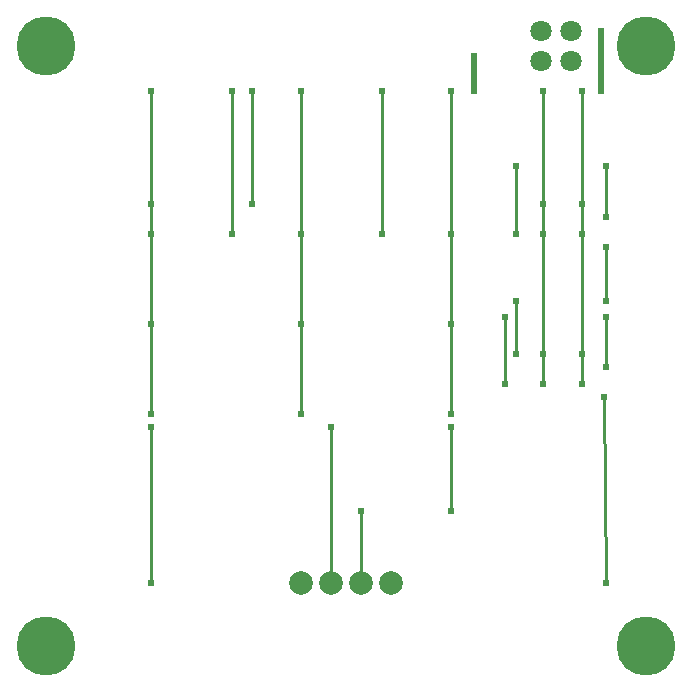
<source format=gbl>
G04 Layer: BottomLayer*
G04 EasyEDA v6.5.34, 2023-09-10 21:32:29*
G04 1afe794d2bab4df38a2457b4b3463e79,5a6b42c53f6a479593ecc07194224c93,10*
G04 Gerber Generator version 0.2*
G04 Scale: 100 percent, Rotated: No, Reflected: No *
G04 Dimensions in millimeters *
G04 leading zeros omitted , absolute positions ,4 integer and 5 decimal *
%FSLAX45Y45*%
%MOMM*%

%ADD10C,0.2540*%
%ADD11C,0.5000*%
%ADD12C,5.0000*%
%ADD13C,1.8000*%
%ADD14C,2.0000*%
%ADD15C,0.6096*%

%LPD*%
D10*
X4267192Y3162292D02*
G01*
X4267192Y2595003D01*
X4267205Y2594990D01*
X5118092Y3162292D02*
G01*
X5118092Y2739014D01*
X5118079Y2739001D01*
X4356092Y3864985D02*
G01*
X4356092Y4444992D01*
X5118092Y4444992D02*
G01*
X5118092Y4008993D01*
X4914889Y3864993D02*
G01*
X4914889Y2848998D01*
X4584689Y3864993D02*
G01*
X4584689Y2848998D01*
X5118092Y3302043D02*
G01*
X5118092Y3754993D01*
X4356092Y3302043D02*
G01*
X4356105Y2848990D01*
X4597392Y2861698D02*
G01*
X4584692Y2848998D01*
X4914892Y2848993D02*
G01*
X4914892Y2594993D01*
X4584692Y2848993D02*
G01*
X4584692Y2594993D01*
X5118092Y914392D02*
G01*
X5105392Y2484996D01*
X1955794Y3864993D02*
G01*
X1955794Y5080043D01*
X2120894Y4118993D02*
G01*
X2120894Y5080043D01*
X2539994Y3864993D02*
G01*
X2539994Y5080043D01*
X3225792Y3864993D02*
G01*
X3225792Y5080043D01*
X3809992Y3864993D02*
G01*
X3809992Y5080043D01*
X3809992Y1524043D02*
G01*
X3809992Y2230925D01*
X3047992Y914443D02*
G01*
X3047992Y1524043D01*
X2793992Y914392D02*
G01*
X2793992Y2231001D01*
X1265801Y914392D02*
G01*
X1265801Y2231001D01*
X4914889Y4118993D02*
G01*
X4914889Y3864993D01*
X4584689Y4118993D02*
G01*
X4584689Y3864993D01*
X4914889Y4118993D02*
G01*
X4914889Y5079977D01*
X4584689Y4118993D02*
G01*
X4584689Y5079977D01*
X3809989Y3102990D02*
G01*
X3809989Y2340996D01*
X3809989Y3864990D02*
G01*
X3809989Y3102990D01*
X2539994Y3102993D02*
G01*
X2539994Y2340996D01*
X2539994Y3864993D02*
G01*
X2539994Y3102993D01*
X1269992Y3864993D02*
G01*
X1269992Y4118993D01*
X1269992Y2340907D02*
G01*
X1269997Y3102993D01*
X1269992Y3864907D01*
X1269992Y4118993D02*
G01*
X1269992Y5079992D01*
D11*
X4000489Y5372089D02*
G01*
X4000489Y5079977D01*
X5079977Y5587989D02*
G01*
X5079977Y5079977D01*
D12*
G01*
X380992Y5460992D03*
D13*
G01*
X4571992Y5587992D03*
G01*
X4571992Y5333992D03*
G01*
X4825992Y5333992D03*
G01*
X4825992Y5587992D03*
D12*
G01*
X380992Y380992D03*
G01*
X5460992Y380992D03*
G01*
X5460992Y5460992D03*
D14*
G01*
X3301992Y914392D03*
G01*
X2539992Y914392D03*
G01*
X2793992Y914392D03*
G01*
X3047992Y914392D03*
D15*
G01*
X4000492Y5079966D03*
G01*
X4000492Y5372092D03*
G01*
X5079992Y5587992D03*
G01*
X5079992Y5079966D03*
G01*
X1269992Y2340983D03*
G01*
X1269992Y5079992D03*
G01*
X1269992Y3102983D03*
G01*
X1269992Y3864983D03*
G01*
X1269992Y4118983D03*
G01*
X2539992Y2340983D03*
G01*
X2539992Y3102983D03*
G01*
X2539992Y3864983D03*
G01*
X2539992Y5080043D03*
G01*
X3809992Y3864983D03*
G01*
X3809992Y3102983D03*
G01*
X3809992Y2340983D03*
G01*
X4584692Y4118983D03*
G01*
X4584692Y3864983D03*
G01*
X4914892Y3864983D03*
G01*
X4914892Y4118983D03*
G01*
X3809992Y5080043D03*
G01*
X4584692Y5079966D03*
G01*
X4914892Y5079966D03*
G01*
X1265801Y914392D03*
G01*
X1265801Y2231001D03*
G01*
X2793992Y2231001D03*
G01*
X3047992Y1524043D03*
G01*
X3809992Y1524043D03*
G01*
X3809992Y2230925D03*
G01*
X5118092Y914392D03*
G01*
X5118092Y3755001D03*
G01*
X3225792Y3864983D03*
G01*
X3225792Y5080043D03*
G01*
X2120892Y4118983D03*
G01*
X1955792Y3864983D03*
G01*
X2120892Y5080043D03*
G01*
X1955792Y5080043D03*
G01*
X5105392Y2485001D03*
G01*
X4914892Y2849008D03*
G01*
X4914892Y2595008D03*
G01*
X4584692Y2595008D03*
G01*
X4584692Y2849008D03*
G01*
X4356092Y3302043D03*
G01*
X5118092Y3302043D03*
G01*
X4356117Y2848983D03*
G01*
X4356092Y4444992D03*
G01*
X5118092Y4444992D03*
G01*
X5118092Y4009001D03*
G01*
X4356092Y3864983D03*
G01*
X5118092Y3162292D03*
G01*
X4267192Y3162292D03*
G01*
X5118092Y2739001D03*
G01*
X4267217Y2594983D03*
M02*

</source>
